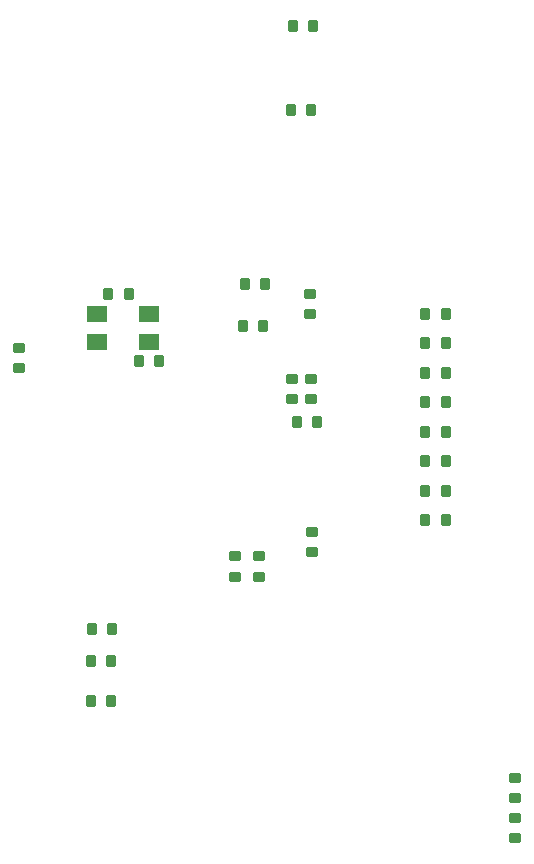
<source format=gbr>
%TF.GenerationSoftware,KiCad,Pcbnew,7.0.2*%
%TF.CreationDate,2023-05-23T14:23:01-07:00*%
%TF.ProjectId,CW308T_87C51,43573330-3854-45f3-9837-4335312e6b69,rev?*%
%TF.SameCoordinates,Original*%
%TF.FileFunction,Paste,Bot*%
%TF.FilePolarity,Positive*%
%FSLAX46Y46*%
G04 Gerber Fmt 4.6, Leading zero omitted, Abs format (unit mm)*
G04 Created by KiCad (PCBNEW 7.0.2) date 2023-05-23 14:23:01*
%MOMM*%
%LPD*%
G01*
G04 APERTURE LIST*
G04 Aperture macros list*
%AMRoundRect*
0 Rectangle with rounded corners*
0 $1 Rounding radius*
0 $2 $3 $4 $5 $6 $7 $8 $9 X,Y pos of 4 corners*
0 Add a 4 corners polygon primitive as box body*
4,1,4,$2,$3,$4,$5,$6,$7,$8,$9,$2,$3,0*
0 Add four circle primitives for the rounded corners*
1,1,$1+$1,$2,$3*
1,1,$1+$1,$4,$5*
1,1,$1+$1,$6,$7*
1,1,$1+$1,$8,$9*
0 Add four rect primitives between the rounded corners*
20,1,$1+$1,$2,$3,$4,$5,0*
20,1,$1+$1,$4,$5,$6,$7,0*
20,1,$1+$1,$6,$7,$8,$9,0*
20,1,$1+$1,$8,$9,$2,$3,0*%
G04 Aperture macros list end*
%ADD10RoundRect,0.112500X-0.387500X-0.337500X0.387500X-0.337500X0.387500X0.337500X-0.387500X0.337500X0*%
%ADD11RoundRect,0.112500X-0.337500X0.387500X-0.337500X-0.387500X0.337500X-0.387500X0.337500X0.387500X0*%
%ADD12RoundRect,0.112500X0.337500X-0.387500X0.337500X0.387500X-0.337500X0.387500X-0.337500X-0.387500X0*%
%ADD13RoundRect,0.112500X0.387500X0.337500X-0.387500X0.337500X-0.387500X-0.337500X0.387500X-0.337500X0*%
%ADD14R,1.800000X1.400000*%
G04 APERTURE END LIST*
D10*
%TO.C,C2*%
X74422000Y58890810D03*
X74422000Y60590790D03*
%TD*%
D11*
%TO.C,R1*%
X85749990Y66100000D03*
X87450020Y66100000D03*
%TD*%
D10*
%TO.C,R16*%
X93370400Y21705210D03*
X93370400Y23405190D03*
%TD*%
D12*
%TO.C,R19*%
X59117590Y33350200D03*
X57417610Y33350200D03*
%TD*%
D11*
%TO.C,R8*%
X85749990Y48600000D03*
X87450020Y48600000D03*
%TD*%
D12*
%TO.C,R12*%
X72136000Y68580000D03*
X70435980Y68580000D03*
%TD*%
D13*
%TO.C,R11*%
X71628000Y45553990D03*
X71628000Y43854010D03*
%TD*%
D12*
%TO.C,C5*%
X71969990Y65024000D03*
X70270010Y65024000D03*
%TD*%
D11*
%TO.C,R6*%
X85749990Y63600030D03*
X87450020Y63600030D03*
%TD*%
%TO.C,R2*%
X85749990Y58599980D03*
X87450020Y58599980D03*
%TD*%
%TO.C,R10*%
X85749990Y53599990D03*
X87450020Y53599990D03*
%TD*%
D14*
%TO.C,X1*%
X57972600Y66071600D03*
X62372600Y66071600D03*
X62372600Y63671600D03*
X57972600Y63671600D03*
%TD*%
D10*
%TO.C,C8*%
X76000000Y66050010D03*
X76000000Y67749980D03*
%TD*%
D11*
%TO.C,R17*%
X57468410Y36677600D03*
X59168390Y36677600D03*
%TD*%
%TO.C,R7*%
X85749990Y56100020D03*
X87450020Y56100020D03*
%TD*%
D10*
%TO.C,R14*%
X51308000Y61468000D03*
X51308000Y63168020D03*
%TD*%
D12*
%TO.C,C7*%
X63206990Y62103000D03*
X61507010Y62103000D03*
%TD*%
%TO.C,C6*%
X60616190Y67792600D03*
X58916210Y67792600D03*
%TD*%
%TO.C,R13*%
X76541990Y56896000D03*
X74842010Y56896000D03*
%TD*%
D11*
%TO.C,R4*%
X74499980Y90424000D03*
X76200000Y90424000D03*
%TD*%
%TO.C,R18*%
X57519210Y39420800D03*
X59219190Y39420800D03*
%TD*%
D12*
%TO.C,R5*%
X76033990Y83312000D03*
X74334010Y83312000D03*
%TD*%
D11*
%TO.C,R9*%
X85749990Y61100010D03*
X87450020Y61100010D03*
%TD*%
%TO.C,R3*%
X85749990Y51100030D03*
X87450020Y51100030D03*
%TD*%
D10*
%TO.C,C1*%
X76047600Y58865410D03*
X76047600Y60565390D03*
%TD*%
%TO.C,R15*%
X93319600Y25134210D03*
X93319600Y26834190D03*
%TD*%
%TO.C,C4*%
X69596000Y43854010D03*
X69596000Y45553990D03*
%TD*%
%TO.C,C3*%
X76149200Y45962210D03*
X76149200Y47662190D03*
%TD*%
M02*

</source>
